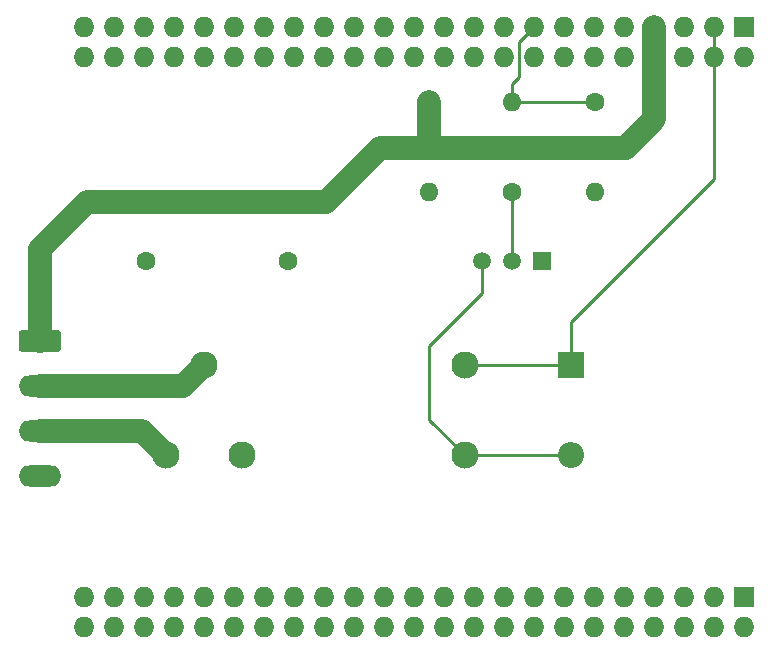
<source format=gtl>
G04 #@! TF.GenerationSoftware,KiCad,Pcbnew,6.0.10-86aedd382b~118~ubuntu20.04.1*
G04 #@! TF.CreationDate,2023-01-08T00:17:34-08:00*
G04 #@! TF.ProjectId,stingray,7374696e-6772-4617-992e-6b696361645f,A1*
G04 #@! TF.SameCoordinates,Original*
G04 #@! TF.FileFunction,Copper,L1,Top*
G04 #@! TF.FilePolarity,Positive*
%FSLAX46Y46*%
G04 Gerber Fmt 4.6, Leading zero omitted, Abs format (unit mm)*
G04 Created by KiCad (PCBNEW 6.0.10-86aedd382b~118~ubuntu20.04.1) date 2023-01-08 00:17:34*
%MOMM*%
%LPD*%
G01*
G04 APERTURE LIST*
G04 Aperture macros list*
%AMRoundRect*
0 Rectangle with rounded corners*
0 $1 Rounding radius*
0 $2 $3 $4 $5 $6 $7 $8 $9 X,Y pos of 4 corners*
0 Add a 4 corners polygon primitive as box body*
4,1,4,$2,$3,$4,$5,$6,$7,$8,$9,$2,$3,0*
0 Add four circle primitives for the rounded corners*
1,1,$1+$1,$2,$3*
1,1,$1+$1,$4,$5*
1,1,$1+$1,$6,$7*
1,1,$1+$1,$8,$9*
0 Add four rect primitives between the rounded corners*
20,1,$1+$1,$2,$3,$4,$5,0*
20,1,$1+$1,$4,$5,$6,$7,0*
20,1,$1+$1,$6,$7,$8,$9,0*
20,1,$1+$1,$8,$9,$2,$3,0*%
G04 Aperture macros list end*
G04 #@! TA.AperFunction,ComponentPad*
%ADD10RoundRect,0.250000X-1.550000X0.650000X-1.550000X-0.650000X1.550000X-0.650000X1.550000X0.650000X0*%
G04 #@! TD*
G04 #@! TA.AperFunction,ComponentPad*
%ADD11O,3.600000X1.800000*%
G04 #@! TD*
G04 #@! TA.AperFunction,ComponentPad*
%ADD12R,1.727200X1.727200*%
G04 #@! TD*
G04 #@! TA.AperFunction,ComponentPad*
%ADD13O,1.727200X1.727200*%
G04 #@! TD*
G04 #@! TA.AperFunction,ComponentPad*
%ADD14R,1.600000X1.600000*%
G04 #@! TD*
G04 #@! TA.AperFunction,ComponentPad*
%ADD15C,1.600000*%
G04 #@! TD*
G04 #@! TA.AperFunction,ComponentPad*
%ADD16R,1.500000X1.500000*%
G04 #@! TD*
G04 #@! TA.AperFunction,ComponentPad*
%ADD17C,1.500000*%
G04 #@! TD*
G04 #@! TA.AperFunction,ComponentPad*
%ADD18C,2.300000*%
G04 #@! TD*
G04 #@! TA.AperFunction,ComponentPad*
%ADD19O,1.600000X1.600000*%
G04 #@! TD*
G04 #@! TA.AperFunction,ComponentPad*
%ADD20R,2.200000X2.200000*%
G04 #@! TD*
G04 #@! TA.AperFunction,ComponentPad*
%ADD21O,2.200000X2.200000*%
G04 #@! TD*
G04 #@! TA.AperFunction,Conductor*
%ADD22C,2.000000*%
G04 #@! TD*
G04 #@! TA.AperFunction,Conductor*
%ADD23C,0.250000*%
G04 #@! TD*
G04 APERTURE END LIST*
D10*
X107000000Y-95770000D03*
D11*
X107000000Y-99580000D03*
X107000000Y-103390000D03*
X107000000Y-107200000D03*
D12*
X166675000Y-117465000D03*
D13*
X166675000Y-120005000D03*
X164135000Y-117465000D03*
X164135000Y-120005000D03*
X161595000Y-117465000D03*
X161595000Y-120005000D03*
X159055000Y-117465000D03*
X159055000Y-120005000D03*
X156515000Y-117465000D03*
X156515000Y-120005000D03*
X153975000Y-117465000D03*
X153975000Y-120005000D03*
X151435000Y-117465000D03*
X151435000Y-120005000D03*
X148895000Y-117465000D03*
X148895000Y-120005000D03*
X146355000Y-117465000D03*
X146355000Y-120005000D03*
X143815000Y-117465000D03*
X143815000Y-120005000D03*
X141275000Y-117465000D03*
X141275000Y-120005000D03*
X138735000Y-117465000D03*
X138735000Y-120005000D03*
X136195000Y-117465000D03*
X136195000Y-120005000D03*
X133655000Y-117465000D03*
X133655000Y-120005000D03*
X131115000Y-117465000D03*
X131115000Y-120005000D03*
X128575000Y-117465000D03*
X128575000Y-120005000D03*
X126035000Y-117465000D03*
X126035000Y-120005000D03*
X123495000Y-117465000D03*
X123495000Y-120005000D03*
X120955000Y-117465000D03*
X120955000Y-120005000D03*
X118415000Y-117465000D03*
X118415000Y-120005000D03*
X115875000Y-117465000D03*
X115875000Y-120005000D03*
X113335000Y-117465000D03*
X113335000Y-120005000D03*
X110795000Y-117465000D03*
X110795000Y-120005000D03*
D14*
X128000000Y-84000000D03*
D15*
X128000000Y-89000000D03*
D16*
X149540000Y-89000000D03*
D17*
X147000000Y-89000000D03*
X144460000Y-89000000D03*
D18*
X143000000Y-97800000D03*
X120900000Y-97800000D03*
X117700000Y-105420000D03*
X124100000Y-105420000D03*
X143000000Y-105420000D03*
D15*
X154000000Y-75500000D03*
D19*
X154000000Y-83120000D03*
D15*
X140000000Y-75500000D03*
D19*
X140000000Y-83120000D03*
D15*
X147000000Y-83120000D03*
D19*
X147000000Y-75500000D03*
D12*
X166675000Y-69205000D03*
D13*
X166675000Y-71745000D03*
X164135000Y-69205000D03*
X164135000Y-71745000D03*
X161595000Y-69205000D03*
X161595000Y-71745000D03*
X159055000Y-69205000D03*
X159055000Y-71745000D03*
X156515000Y-69205000D03*
X156515000Y-71745000D03*
X153975000Y-69205000D03*
X153975000Y-71745000D03*
X151435000Y-69205000D03*
X151435000Y-71745000D03*
X148895000Y-69205000D03*
X148895000Y-71745000D03*
X146355000Y-69205000D03*
X146355000Y-71745000D03*
X143815000Y-69205000D03*
X143815000Y-71745000D03*
X141275000Y-69205000D03*
X141275000Y-71745000D03*
X138735000Y-69205000D03*
X138735000Y-71745000D03*
X136195000Y-69205000D03*
X136195000Y-71745000D03*
X133655000Y-69205000D03*
X133655000Y-71745000D03*
X131115000Y-69205000D03*
X131115000Y-71745000D03*
X128575000Y-69205000D03*
X128575000Y-71745000D03*
X126035000Y-69205000D03*
X126035000Y-71745000D03*
X123495000Y-69205000D03*
X123495000Y-71745000D03*
X120955000Y-69205000D03*
X120955000Y-71745000D03*
X118415000Y-69205000D03*
X118415000Y-71745000D03*
X115875000Y-69205000D03*
X115875000Y-71745000D03*
X113335000Y-69205000D03*
X113335000Y-71745000D03*
X110795000Y-69205000D03*
X110795000Y-71745000D03*
D20*
X152000000Y-97780000D03*
D21*
X152000000Y-105400000D03*
D14*
X116000000Y-84000000D03*
D15*
X116000000Y-89000000D03*
D22*
X156600000Y-79400000D02*
X139800000Y-79400000D01*
X159055000Y-71745000D02*
X159055000Y-76945000D01*
X131200000Y-84000000D02*
X128000000Y-84000000D01*
X140000000Y-75500000D02*
X140000000Y-79200000D01*
X128000000Y-84000000D02*
X116000000Y-84000000D01*
X159055000Y-69205000D02*
X159055000Y-71745000D01*
X139800000Y-79400000D02*
X135800000Y-79400000D01*
X159055000Y-76945000D02*
X156600000Y-79400000D01*
X111000000Y-84000000D02*
X107000000Y-88000000D01*
X140000000Y-79200000D02*
X139800000Y-79400000D01*
X107000000Y-88000000D02*
X107000000Y-95770000D01*
X116000000Y-84000000D02*
X111000000Y-84000000D01*
X135800000Y-79400000D02*
X131200000Y-84000000D01*
D23*
X140000000Y-102420000D02*
X143000000Y-105420000D01*
X144460000Y-89000000D02*
X144460000Y-91740000D01*
X151980000Y-105420000D02*
X152000000Y-105400000D01*
X140000000Y-96200000D02*
X140000000Y-102420000D01*
X143000000Y-105420000D02*
X151980000Y-105420000D01*
X144460000Y-91740000D02*
X140000000Y-96200000D01*
X152000000Y-94200000D02*
X164135000Y-82065000D01*
X151980000Y-97800000D02*
X152000000Y-97780000D01*
X164135000Y-71745000D02*
X164135000Y-82065000D01*
X164135000Y-69205000D02*
X164135000Y-71745000D01*
X143000000Y-97800000D02*
X151980000Y-97800000D01*
X152000000Y-97780000D02*
X152000000Y-94200000D01*
X147610000Y-73390000D02*
X147000000Y-74000000D01*
X148895000Y-69205000D02*
X147610000Y-70490000D01*
X147610000Y-70490000D02*
X147610000Y-73390000D01*
X147000000Y-74000000D02*
X147000000Y-75500000D01*
X147000000Y-75500000D02*
X154000000Y-75500000D01*
X147000000Y-83120000D02*
X147000000Y-89000000D01*
D22*
X107000000Y-103390000D02*
X115670000Y-103390000D01*
X115670000Y-103390000D02*
X117700000Y-105420000D01*
X107000000Y-99580000D02*
X119120000Y-99580000D01*
X119120000Y-99580000D02*
X120900000Y-97800000D01*
M02*

</source>
